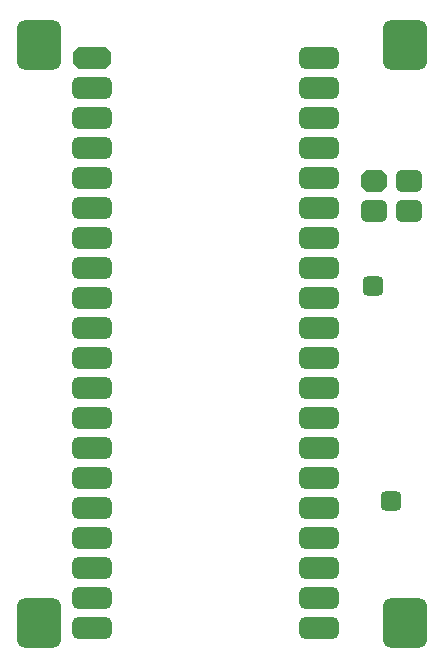
<source format=gbr>
%TF.GenerationSoftware,Altium Limited,Altium Designer,25.5.2 (35)*%
G04 Layer_Color=16711935*
%FSLAX45Y45*%
%MOMM*%
%TF.SameCoordinates,04C475F5-62FD-4A33-8D44-780EF8A6E366*%
%TF.FilePolarity,Negative*%
%TF.FileFunction,Soldermask,Bot*%
%TF.Part,Single*%
G01*
G75*
%TA.AperFunction,ComponentPad*%
G04:AMPARAMS|DCode=27|XSize=1.7mm|YSize=1.75mm|CornerRadius=0.4625mm|HoleSize=0mm|Usage=FLASHONLY|Rotation=270.000|XOffset=0mm|YOffset=0mm|HoleType=Round|Shape=RoundedRectangle|*
%AMROUNDEDRECTD27*
21,1,1.70000,0.82500,0,0,270.0*
21,1,0.77500,1.75000,0,0,270.0*
1,1,0.92500,-0.41250,-0.38750*
1,1,0.92500,-0.41250,0.38750*
1,1,0.92500,0.41250,0.38750*
1,1,0.92500,0.41250,-0.38750*
%
%ADD27ROUNDEDRECTD27*%
G04:AMPARAMS|DCode=28|XSize=1.85mm|YSize=3.15mm|CornerRadius=0mm|HoleSize=0mm|Usage=FLASHONLY|Rotation=270.000|XOffset=0mm|YOffset=0mm|HoleType=Round|Shape=Octagon|*
%AMOCTAGOND28*
4,1,8,1.57500,0.46250,1.57500,-0.46250,1.11250,-0.92500,-1.11250,-0.92500,-1.57500,-0.46250,-1.57500,0.46250,-1.11250,0.92500,1.11250,0.92500,1.57500,0.46250,0.0*
%
%ADD28OCTAGOND28*%

G04:AMPARAMS|DCode=29|XSize=1.85mm|YSize=3.35mm|CornerRadius=0.5mm|HoleSize=0mm|Usage=FLASHONLY|Rotation=90.000|XOffset=0mm|YOffset=0mm|HoleType=Round|Shape=RoundedRectangle|*
%AMROUNDEDRECTD29*
21,1,1.85000,2.35001,0,0,90.0*
21,1,0.85000,3.35000,0,0,90.0*
1,1,1.00000,1.17500,0.42500*
1,1,1.00000,1.17500,-0.42500*
1,1,1.00000,-1.17500,-0.42500*
1,1,1.00000,-1.17500,0.42500*
%
%ADD29ROUNDEDRECTD29*%
G04:AMPARAMS|DCode=30|XSize=4.15mm|YSize=3.75mm|CornerRadius=0.615mm|HoleSize=0mm|Usage=FLASHONLY|Rotation=90.000|XOffset=0mm|YOffset=0mm|HoleType=Round|Shape=RoundedRectangle|*
%AMROUNDEDRECTD30*
21,1,4.15000,2.52000,0,0,90.0*
21,1,2.92000,3.75000,0,0,90.0*
1,1,1.23000,1.26000,1.46000*
1,1,1.23000,1.26000,-1.46000*
1,1,1.23000,-1.26000,-1.46000*
1,1,1.23000,-1.26000,1.46000*
%
%ADD30ROUNDEDRECTD30*%
G04:AMPARAMS|DCode=31|XSize=1.85mm|YSize=2.25mm|CornerRadius=0.5mm|HoleSize=0mm|Usage=FLASHONLY|Rotation=270.000|XOffset=0mm|YOffset=0mm|HoleType=Round|Shape=RoundedRectangle|*
%AMROUNDEDRECTD31*
21,1,1.85000,1.25001,0,0,270.0*
21,1,0.85000,2.25000,0,0,270.0*
1,1,1.00000,-0.62500,-0.42500*
1,1,1.00000,-0.62500,0.42500*
1,1,1.00000,0.62500,0.42500*
1,1,1.00000,0.62500,-0.42500*
%
%ADD31ROUNDEDRECTD31*%
G04:AMPARAMS|DCode=32|XSize=1.85mm|YSize=2.25mm|CornerRadius=0mm|HoleSize=0mm|Usage=FLASHONLY|Rotation=270.000|XOffset=0mm|YOffset=0mm|HoleType=Round|Shape=Octagon|*
%AMOCTAGOND32*
4,1,8,1.12500,0.46250,1.12500,-0.46250,0.66250,-0.92500,-0.66250,-0.92500,-1.12500,-0.46250,-1.12500,0.46250,-0.66250,0.92500,0.66250,0.92500,1.12500,0.46250,0.0*
%
%ADD32OCTAGOND32*%

D27*
X3127000Y3160000D02*
D03*
X3277000Y1340000D02*
D03*
D28*
X750000Y5088000D02*
D03*
D29*
X2668000Y262000D02*
D03*
Y516000D02*
D03*
Y770000D02*
D03*
Y1024000D02*
D03*
Y1278000D02*
D03*
Y1532000D02*
D03*
Y1786000D02*
D03*
Y2040000D02*
D03*
Y2294000D02*
D03*
Y2548000D02*
D03*
Y2802000D02*
D03*
Y3056000D02*
D03*
Y3310000D02*
D03*
Y3564000D02*
D03*
Y3818000D02*
D03*
Y4072000D02*
D03*
Y4326000D02*
D03*
Y4580000D02*
D03*
Y4834000D02*
D03*
Y5088000D02*
D03*
X750000Y262000D02*
D03*
Y516000D02*
D03*
Y770000D02*
D03*
Y1024000D02*
D03*
Y1278000D02*
D03*
Y1532000D02*
D03*
Y1786000D02*
D03*
Y2040000D02*
D03*
Y2294000D02*
D03*
Y2548000D02*
D03*
Y2802000D02*
D03*
Y3056000D02*
D03*
Y3310000D02*
D03*
Y3564000D02*
D03*
Y3818000D02*
D03*
Y4072000D02*
D03*
Y4326000D02*
D03*
Y4580000D02*
D03*
Y4834000D02*
D03*
D30*
X3400000Y5200000D02*
D03*
X300000Y300000D02*
D03*
Y5200000D02*
D03*
X3400000Y300000D02*
D03*
D31*
X3136000Y3790000D02*
D03*
X3430000D02*
D03*
Y4044000D02*
D03*
D32*
X3136000D02*
D03*
%TF.MD5,24742daa2215af3c11f5c4660d2617fe*%
M02*

</source>
